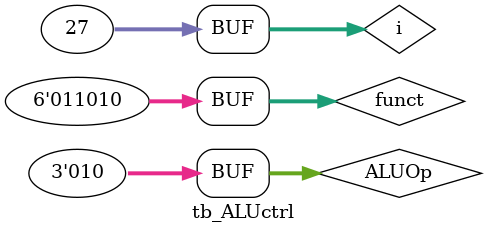
<source format=v>
module tb_ALUctrl;
reg [5:0] funct;
reg [2:0] ALUOp;
wire [5:0] operation;
integer i;

ALUctrl uut(
    funct,
    ALUOp,
    operation
);


initial begin
    ALUOp = 3'b010;
    for(i=21;i<27;i=i+1)begin
        #10
        funct = i;
    end

    #10
    ALUOp = 3'b000; //要做加法

    #10
    ALUOp = 3'b001; //要做減法

    #10
    ALUOp = 3'b010; //do nothing
end

endmodule
</source>
